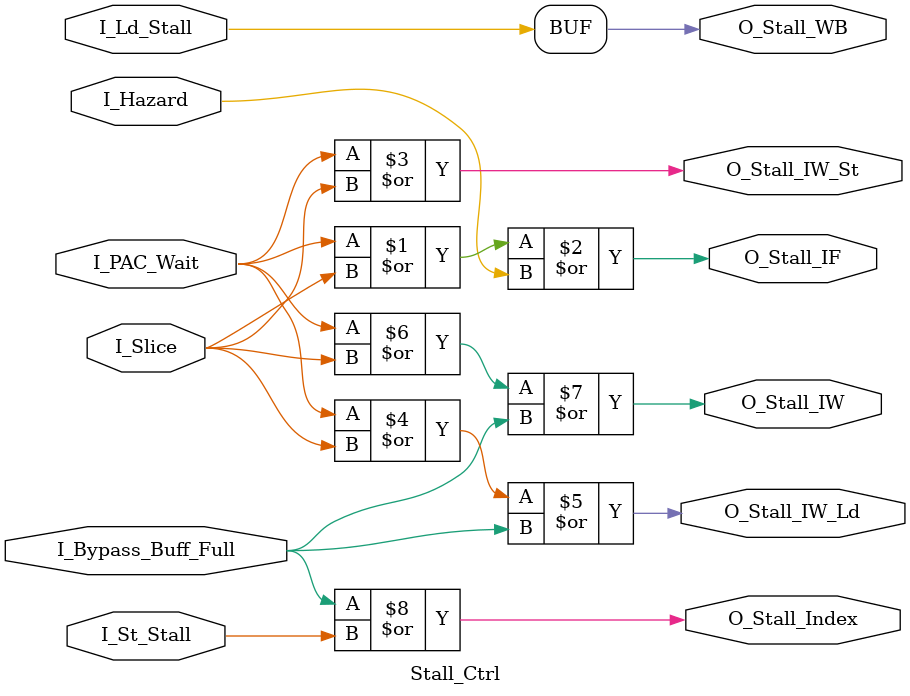
<source format=sv>

module Stall_Ctrl (
	input						I_PAC_Wait,				//Wait-State in PAC Unit
	input						I_Hazard,				//Hazard Detected
	input						I_Slice,				//Slicing is Used
	input						I_Bypass_Buff_Full,		//Buffer-Full in Network
	input						I_Ld_Stall,				//Stall for Loading
	input						I_St_Stall,				//Stall for Storing
	output						O_Stall_IF,				//Stall to Fetch instruction
	output						O_Stall_IW_St,			//Stall to Store in instruction window
	output						O_Stall_IW_Ld,			//Stall to Load from instruction window
	output						O_Stall_IW,				//Stall on instruction window
	output						O_Stall_Index,			//Stall on Index Stage
	output						O_Stall_WB				//Stall on Write Back
);


	assign O_Stall_IF			= I_PAC_Wait | 	I_Slice |						I_Hazard;
	assign O_Stall_IW_St		= I_PAC_Wait | 	I_Slice;
	assign O_Stall_IW_Ld		= I_PAC_Wait | 	I_Slice | 	I_Bypass_Buff_Full;
	assign O_Stall_IW			= I_PAC_Wait |	I_Slice |	I_Bypass_Buff_Full;
	assign O_Stall_Index		= 							I_Bypass_Buff_Full	|			I_St_Stall;
	assign O_Stall_WB			= 															I_Ld_Stall;

endmodule
</source>
